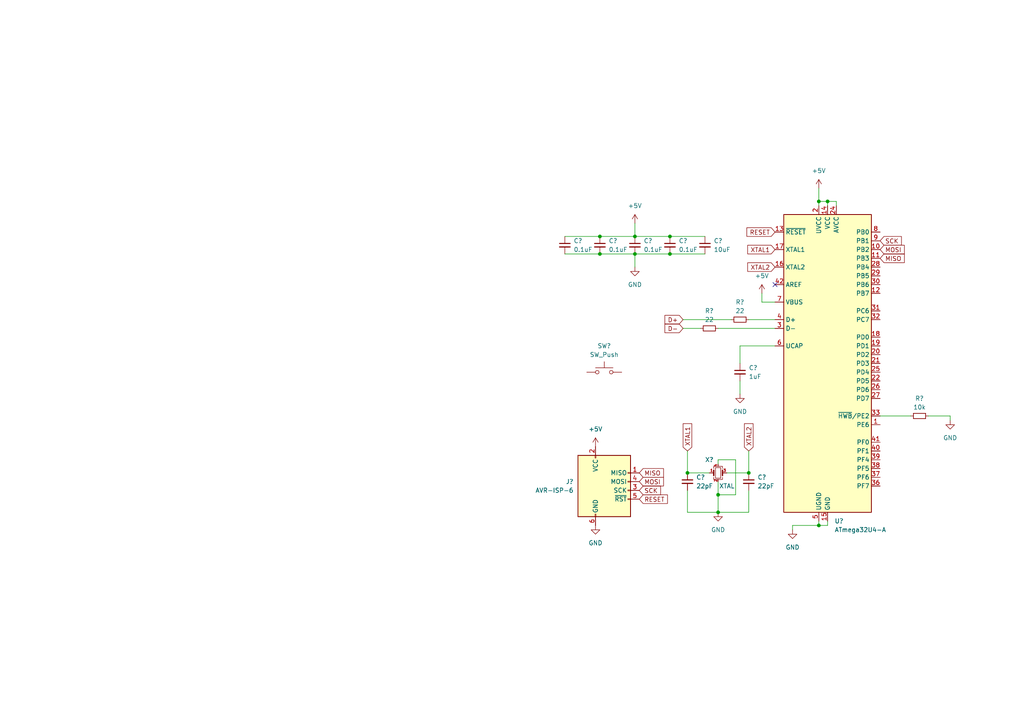
<source format=kicad_sch>
(kicad_sch (version 20211123) (generator eeschema)
  (paper "A4")
  (lib_symbols
    (symbol "Connector:AVR-ISP-6" (pin_names (offset 1.016))
      (property "Reference" "J" (at -6.35 11.43 0))
      (property "Value" "AVR-ISP-6" (at 0 11.43 0))
      (symbol "AVR-ISP-6_0_1"
        (rectangle (start -2.667 -6.858) (end -2.413 -7.62))
        (rectangle (start -2.667 10.16) (end -2.413 9.398))
        (rectangle (start 7.62 -2.413) (end 6.858 -2.667))
        (rectangle (start 7.62 0.127) (end 6.858 -0.127))
        (rectangle (start 7.62 2.667) (end 6.858 2.413))
        (rectangle (start 7.62 5.207) (end 6.858 4.953))
        (rectangle (start 7.62 10.16) (end -7.62 -7.62) (stroke (width 0.254)) (fill (type background)))
      )
      (symbol "AVR-ISP-6_1_1"
        (pin passive line (at 10.16 5.08 180) (length 2.54) (name "MISO") (number "1"))
        (pin passive line (at -2.54 12.7 270) (length 2.54) (name "VCC") (number "2"))
        (pin passive line (at 10.16 0 180) (length 2.54) (name "SCK") (number "3"))
        (pin passive line (at 10.16 2.54 180) (length 2.54) (name "MOSI") (number "4"))
        (pin passive line (at 10.16 -2.54 180) (length 2.54) (name "~{RST}") (number "5"))
        (pin passive line (at -2.54 -10.16 90) (length 2.54) (name "GND") (number "6"))
      )
    )
    (symbol "Device:C_Small" (pin_numbers hide) (pin_names (offset 0.254) hide)
      (property "Reference" "C" (at 0.254 1.778 0))
      (property "Value" "C_Small" (at 0.254 -2.032 0))
      (symbol "C_Small_0_1"
        (polyline (pts (xy -1.524 -0.508) (xy 1.524 -0.508)) (stroke (width 0.3302)))
        (polyline (pts (xy -1.524 0.508) (xy 1.524 0.508)) (stroke (width 0.3048)))
      )
      (symbol "C_Small_1_1"
        (pin passive line (at 0 2.54 270) (length 2.032) (name "~") (number "1"))
        (pin passive line (at 0 -2.54 90) (length 2.032) (name "~") (number "2"))
      )
    )
    (symbol "Device:Crystal_GND24_Small" (pin_names (offset 1.016) hide)
      (property "Reference" "Y" (at 1.27 4.445 0))
      (property "Value" "Crystal_GND24_Small" (at 1.27 2.54 0))
      (symbol "Crystal_GND24_Small_0_1"
        (rectangle (start -0.762 -1.524) (end 0.762 1.524))
        (polyline (pts (xy -1.27 -0.762) (xy -1.27 0.762)) (stroke (width 0.381)))
        (polyline (pts (xy 1.27 -0.762) (xy 1.27 0.762)) (stroke (width 0.381)))
        (polyline (pts (xy -1.27 -1.27) (xy -1.27 -1.905) (xy 1.27 -1.905) (xy 1.27 -1.27)))
        (polyline (pts (xy -1.27 1.27) (xy -1.27 1.905) (xy 1.27 1.905) (xy 1.27 1.27)))
      )
      (symbol "Crystal_GND24_Small_1_1"
        (pin passive line (at -2.54 0 0) (length 1.27) (name "1") (number "1"))
        (pin passive line (at 0 -2.54 90) (length 0.635) (name "2") (number "2"))
        (pin passive line (at 2.54 0 180) (length 1.27) (name "3") (number "3"))
        (pin passive line (at 0 2.54 270) (length 0.635) (name "4") (number "4"))
      )
    )
    (symbol "Device:R_Small" (pin_numbers hide) (pin_names (offset 0.254) hide)
      (property "Reference" "R" (at 0.762 0.508 0))
      (property "Value" "R_Small" (at 0.762 -1.016 0))
      (symbol "R_Small_0_1"
        (rectangle (start -0.762 1.778) (end 0.762 -1.778) (stroke (width 0.2032)))
      )
      (symbol "R_Small_1_1"
        (pin passive line (at 0 2.54 270) (length 0.762) (name "~") (number "1"))
        (pin passive line (at 0 -2.54 90) (length 0.762) (name "~") (number "2"))
      )
    )
    (symbol "MCU_Microchip_ATmega:ATmega32U4-A"
      (property "Reference" "U" (at -12.7 44.45 0))
      (property "Value" "ATmega32U4-A" (at 2.54 -44.45 0))
      (symbol "ATmega32U4-A_0_1"
        (rectangle (start -12.7 -43.18) (end 12.7 43.18) (stroke (width 0.254)) (fill (type background)))
      )
      (symbol "ATmega32U4-A_1_1"
        (pin bidirectional line (at 15.24 -17.78 180) (length 2.54) (name "PE6") (number "1"))
        (pin bidirectional line (at 15.24 33.02 180) (length 2.54) (name "PB2") (number "10"))
        (pin bidirectional line (at 15.24 30.48 180) (length 2.54) (name "PB3") (number "11"))
        (pin bidirectional line (at 15.24 20.32 180) (length 2.54) (name "PB7") (number "12"))
        (pin input line (at -15.24 38.1 0) (length 2.54) (name "~{RESET}") (number "13"))
        (pin power_in line (at 0 45.72 270) (length 2.54) (name "VCC") (number "14"))
        (pin power_in line (at 0 -45.72 90) (length 2.54) (name "GND") (number "15"))
        (pin output line (at -15.24 27.94 0) (length 2.54) (name "XTAL2") (number "16"))
        (pin input line (at -15.24 33.02 0) (length 2.54) (name "XTAL1") (number "17"))
        (pin bidirectional line (at 15.24 7.62 180) (length 2.54) (name "PD0") (number "18"))
        (pin bidirectional line (at 15.24 5.08 180) (length 2.54) (name "PD1") (number "19"))
        (pin power_in line (at -2.54 45.72 270) (length 2.54) (name "UVCC") (number "2"))
        (pin bidirectional line (at 15.24 2.54 180) (length 2.54) (name "PD2") (number "20"))
        (pin bidirectional line (at 15.24 0 180) (length 2.54) (name "PD3") (number "21"))
        (pin bidirectional line (at 15.24 -5.08 180) (length 2.54) (name "PD5") (number "22"))
        (pin passive line (at 0 -45.72 90) (length 2.54) hide (name "GND") (number "23"))
        (pin power_in line (at 2.54 45.72 270) (length 2.54) (name "AVCC") (number "24"))
        (pin bidirectional line (at 15.24 -2.54 180) (length 2.54) (name "PD4") (number "25"))
        (pin bidirectional line (at 15.24 -7.62 180) (length 2.54) (name "PD6") (number "26"))
        (pin bidirectional line (at 15.24 -10.16 180) (length 2.54) (name "PD7") (number "27"))
        (pin bidirectional line (at 15.24 27.94 180) (length 2.54) (name "PB4") (number "28"))
        (pin bidirectional line (at 15.24 25.4 180) (length 2.54) (name "PB5") (number "29"))
        (pin bidirectional line (at -15.24 10.16 0) (length 2.54) (name "D-") (number "3"))
        (pin bidirectional line (at 15.24 22.86 180) (length 2.54) (name "PB6") (number "30"))
        (pin bidirectional line (at 15.24 15.24 180) (length 2.54) (name "PC6") (number "31"))
        (pin bidirectional line (at 15.24 12.7 180) (length 2.54) (name "PC7") (number "32"))
        (pin bidirectional line (at 15.24 -15.24 180) (length 2.54) (name "~{HWB}/PE2") (number "33"))
        (pin passive line (at 0 45.72 270) (length 2.54) hide (name "VCC") (number "34"))
        (pin passive line (at 0 -45.72 90) (length 2.54) hide (name "GND") (number "35"))
        (pin bidirectional line (at 15.24 -35.56 180) (length 2.54) (name "PF7") (number "36"))
        (pin bidirectional line (at 15.24 -33.02 180) (length 2.54) (name "PF6") (number "37"))
        (pin bidirectional line (at 15.24 -30.48 180) (length 2.54) (name "PF5") (number "38"))
        (pin bidirectional line (at 15.24 -27.94 180) (length 2.54) (name "PF4") (number "39"))
        (pin bidirectional line (at -15.24 12.7 0) (length 2.54) (name "D+") (number "4"))
        (pin bidirectional line (at 15.24 -25.4 180) (length 2.54) (name "PF1") (number "40"))
        (pin bidirectional line (at 15.24 -22.86 180) (length 2.54) (name "PF0") (number "41"))
        (pin passive line (at -15.24 22.86 0) (length 2.54) (name "AREF") (number "42"))
        (pin passive line (at 0 -45.72 90) (length 2.54) hide (name "GND") (number "43"))
        (pin passive line (at 2.54 45.72 270) (length 2.54) hide (name "AVCC") (number "44"))
        (pin passive line (at -2.54 -45.72 90) (length 2.54) (name "UGND") (number "5"))
        (pin passive line (at -15.24 5.08 0) (length 2.54) (name "UCAP") (number "6"))
        (pin input line (at -15.24 17.78 0) (length 2.54) (name "VBUS") (number "7"))
        (pin bidirectional line (at 15.24 38.1 180) (length 2.54) (name "PB0") (number "8"))
        (pin bidirectional line (at 15.24 35.56 180) (length 2.54) (name "PB1") (number "9"))
      )
    )
    (symbol "Switch:SW_Push" (pin_numbers hide) (pin_names (offset 1.016) hide)
      (property "Reference" "SW" (at 1.27 2.54 0))
      (property "Value" "SW_Push" (at 0 -1.524 0))
      (symbol "SW_Push_0_1"
        (circle (center -2.032 0) (radius 0.508))
        (polyline (pts (xy 0 1.27) (xy 0 3.048)))
        (polyline (pts (xy 2.54 1.27) (xy -2.54 1.27)))
        (circle (center 2.032 0) (radius 0.508))
        (pin passive line (at -5.08 0 0) (length 2.54) (name "1") (number "1"))
        (pin passive line (at 5.08 0 180) (length 2.54) (name "2") (number "2"))
      )
    )
    (symbol "power:+5V" (power) (pin_names (offset 0))
      (property "Value" "+5V" (at 0 3.556 0))
      (symbol "+5V_0_1"
        (polyline (pts (xy -0.762 1.27) (xy 0 2.54)))
        (polyline (pts (xy 0 0) (xy 0 2.54)))
        (polyline (pts (xy 0 2.54) (xy 0.762 1.27)))
      )
      (symbol "+5V_1_1"
        (pin power_in line (at 0 0 90) (length 0) hide (name "+5V") (number "1"))
      )
    )
    (symbol "power:GND" (power) (pin_names (offset 0))
      (property "Value" "GND" (at 0 -3.81 0))
      (symbol "GND_0_1"
        (polyline (pts (xy 0 0) (xy 0 -1.27) (xy 1.27 -1.27) (xy 0 -2.54) (xy -1.27 -1.27) (xy 0 -1.27)))
      )
      (symbol "GND_1_1"
        (pin power_in line (at 0 0 270) (length 0) hide (name "GND") (number "1"))
      )
    )
  )
  (junction (at 194.31 68.58))
  (junction (at 199.39 137.16))
  (junction (at 237.49 58.42))
  (junction (at 173.99 68.58))
  (junction (at 184.15 73.66))
  (junction (at 194.31 73.66))
  (junction (at 173.99 73.66))
  (junction (at 217.17 137.16))
  (junction (at 208.28 143.51))
  (junction (at 240.03 58.42))
  (junction (at 208.28 148.59))
  (junction (at 237.49 152.4))
  (junction (at 184.15 68.58))
  (no_connect (at 224.79 82.55))
  (wire (pts (xy 184.15 64.77) (xy 184.15 68.58)))
  (wire (pts (xy 199.39 137.16) (xy 205.74 137.16)))
  (wire (pts (xy 237.49 151.13) (xy 237.49 152.4)))
  (wire (pts (xy 224.79 100.33) (xy 214.63 100.33)))
  (wire (pts (xy 214.63 100.33) (xy 214.63 105.41)))
  (wire (pts (xy 240.03 151.13) (xy 240.03 152.4)))
  (wire (pts (xy 198.12 95.25) (xy 203.2 95.25)))
  (wire (pts (xy 184.15 73.66) (xy 184.15 77.47)))
  (wire (pts (xy 217.17 130.81) (xy 217.17 137.16)))
  (wire (pts (xy 240.03 152.4) (xy 237.49 152.4)))
  (wire (pts (xy 184.15 68.58) (xy 194.31 68.58)))
  (wire (pts (xy 217.17 92.71) (xy 224.79 92.71)))
  (wire (pts (xy 198.12 92.71) (xy 212.09 92.71)))
  (wire (pts (xy 242.57 58.42) (xy 240.03 58.42)))
  (wire (pts (xy 240.03 58.42) (xy 237.49 58.42)))
  (wire (pts (xy 229.87 152.4) (xy 229.87 153.67)))
  (wire (pts (xy 217.17 142.24) (xy 217.17 148.59)))
  (wire (pts (xy 184.15 73.66) (xy 194.31 73.66)))
  (wire (pts (xy 237.49 58.42) (xy 237.49 59.69)))
  (wire (pts (xy 163.83 73.66) (xy 173.99 73.66)))
  (wire (pts (xy 208.28 133.35) (xy 213.36 133.35)))
  (wire (pts (xy 199.39 130.81) (xy 199.39 137.16)))
  (wire (pts (xy 194.31 73.66) (xy 204.47 73.66)))
  (wire (pts (xy 208.28 143.51) (xy 208.28 148.59)))
  (wire (pts (xy 213.36 133.35) (xy 213.36 143.51)))
  (wire (pts (xy 255.27 120.65) (xy 264.16 120.65)))
  (wire (pts (xy 220.98 87.63) (xy 224.79 87.63)))
  (wire (pts (xy 199.39 142.24) (xy 199.39 148.59)))
  (wire (pts (xy 269.24 120.65) (xy 275.59 120.65)))
  (wire (pts (xy 275.59 120.65) (xy 275.59 121.92)))
  (wire (pts (xy 208.28 134.62) (xy 208.28 133.35)))
  (wire (pts (xy 208.28 139.7) (xy 208.28 143.51)))
  (wire (pts (xy 242.57 59.69) (xy 242.57 58.42)))
  (wire (pts (xy 194.31 68.58) (xy 204.47 68.58)))
  (wire (pts (xy 220.98 85.09) (xy 220.98 87.63)))
  (wire (pts (xy 217.17 148.59) (xy 208.28 148.59)))
  (wire (pts (xy 199.39 148.59) (xy 208.28 148.59)))
  (wire (pts (xy 173.99 73.66) (xy 184.15 73.66)))
  (wire (pts (xy 214.63 110.49) (xy 214.63 114.3)))
  (wire (pts (xy 208.28 143.51) (xy 213.36 143.51)))
  (wire (pts (xy 163.83 68.58) (xy 173.99 68.58)))
  (wire (pts (xy 210.82 137.16) (xy 217.17 137.16)))
  (wire (pts (xy 237.49 54.61) (xy 237.49 58.42)))
  (wire (pts (xy 240.03 59.69) (xy 240.03 58.42)))
  (wire (pts (xy 173.99 68.58) (xy 184.15 68.58)))
  (wire (pts (xy 208.28 95.25) (xy 224.79 95.25)))
  (wire (pts (xy 237.49 152.4) (xy 229.87 152.4)))
  (global_label "XTAL1" (shape input) (at 224.79 72.39 180) (property "Intersheet References" "${INTERSHEET_REFS}" (effects hide)))
  (global_label "XTAL2" (shape input) (at 217.17 130.81 90) (property "Intersheet References" "${INTERSHEET_REFS}" (effects hide)))
  (global_label "MISO" (shape input) (at 185.42 137.16 0) (property "Intersheet References" "${INTERSHEET_REFS}" (effects hide)))
  (global_label "MISO" (shape input) (at 255.27 74.93 0) (property "Intersheet References" "${INTERSHEET_REFS}" (effects hide)))
  (global_label "XTAL2" (shape input) (at 224.79 77.47 180) (property "Intersheet References" "${INTERSHEET_REFS}" (effects hide)))
  (global_label "D+" (shape input) (at 198.12 92.71 180) (property "Intersheet References" "${INTERSHEET_REFS}" (effects hide)))
  (global_label "SCK" (shape input) (at 185.42 142.24 0) (property "Intersheet References" "${INTERSHEET_REFS}" (effects hide)))
  (global_label "RESET" (shape input) (at 224.79 67.31 180) (property "Intersheet References" "${INTERSHEET_REFS}" (effects hide)))
  (global_label "D-" (shape input) (at 198.12 95.25 180) (property "Intersheet References" "${INTERSHEET_REFS}" (effects hide)))
  (global_label "SCK" (shape input) (at 255.27 69.85 0) (property "Intersheet References" "${INTERSHEET_REFS}" (effects hide)))
  (global_label "MOSI" (shape input) (at 255.27 72.39 0) (property "Intersheet References" "${INTERSHEET_REFS}" (effects hide)))
  (global_label "XTAL1" (shape input) (at 199.39 130.81 90) (property "Intersheet References" "${INTERSHEET_REFS}" (effects hide)))
  (global_label "RESET" (shape input) (at 185.42 144.78 0) (property "Intersheet References" "${INTERSHEET_REFS}" (effects hide)))
  (global_label "MOSI" (shape input) (at 185.42 139.7 0) (property "Intersheet References" "${INTERSHEET_REFS}" (effects hide)))
  (symbol (lib_id "Device:R_Small") (at 205.74 95.25 90) (unit 1)
    (property "Reference" "R?" (at 205.74 90.17 90))
    (property "Value" "22" (at 205.74 92.71 90))
  )
  (symbol (lib_id "power:GND") (at 275.59 121.92 0) (unit 1)
    (property "Reference" "#PWR?" (effects hide))
    (property "Value" "GND" (at 275.59 127 0))
  )
  (symbol (lib_id "power:GND") (at 229.87 153.67 0) (unit 1)
    (property "Reference" "#PWR?" (effects hide))
    (property "Value" "GND" (at 229.87 158.75 0))
  )
  (symbol (lib_id "power:GND") (at 184.15 77.47 0) (unit 1)
    (property "Reference" "#PWR?" (effects hide))
    (property "Value" "GND" (at 184.15 82.55 0))
  )
  (symbol (lib_id "Device:C_Small") (at 217.17 139.7 0) (unit 1)
    (property "Reference" "C?" (at 219.71 138.4362 0) (effects (justify left)))
    (property "Value" "22pF" (at 219.71 140.9762 0) (effects (justify left)))
  )
  (symbol (lib_id "power:GND") (at 208.28 148.59 0) (unit 1)
    (property "Reference" "#PWR?" (effects hide))
    (property "Value" "GND" (at 208.28 153.67 0))
  )
  (symbol (lib_id "power:+5V") (at 172.72 129.54 0) (unit 1)
    (property "Reference" "#PWR?" (effects hide))
    (property "Value" "+5V" (at 172.72 124.46 0))
  )
  (symbol (lib_id "Device:R_Small") (at 214.63 92.71 90) (unit 1)
    (property "Reference" "R?" (at 214.63 87.63 90))
    (property "Value" "22" (at 214.63 90.17 90))
  )
  (symbol (lib_id "Device:C_Small") (at 214.63 107.95 0) (unit 1)
    (property "Reference" "C?" (at 217.17 106.6862 0) (effects (justify left)))
    (property "Value" "1uF" (at 217.17 109.2262 0) (effects (justify left)))
  )
  (symbol (lib_id "Device:Crystal_GND24_Small") (at 208.28 137.16 0) (unit 1)
    (property "Reference" "X?" (at 205.74 133.35 0))
    (property "Value" "XTAL" (at 210.82 140.97 0))
  )
  (symbol (lib_id "power:+5V") (at 184.15 64.77 0) (unit 1)
    (property "Reference" "#PWR?" (effects hide))
    (property "Value" "+5V" (at 184.15 59.69 0))
  )
  (symbol (lib_id "Device:C_Small") (at 173.99 71.12 0) (unit 1)
    (property "Reference" "C?" (at 176.53 69.8562 0) (effects (justify left)))
    (property "Value" "0.1uF" (at 176.53 72.3962 0) (effects (justify left)))
  )
  (symbol (lib_id "power:GND") (at 214.63 114.3 0) (unit 1)
    (property "Reference" "#PWR?" (effects hide))
    (property "Value" "GND" (at 214.63 119.38 0))
  )
  (symbol (lib_id "Device:C_Small") (at 184.15 71.12 0) (unit 1)
    (property "Reference" "C?" (at 186.69 69.8562 0) (effects (justify left)))
    (property "Value" "0.1uF" (at 186.69 72.3962 0) (effects (justify left)))
  )
  (symbol (lib_id "Device:R_Small") (at 266.7 120.65 90) (unit 1)
    (property "Reference" "R?" (at 266.7 115.57 90))
    (property "Value" "10k" (at 266.7 118.11 90))
  )
  (symbol (lib_id "Connector:AVR-ISP-6") (at 175.26 142.24 0) (unit 1)
    (property "Reference" "J?" (at 166.37 139.6999 0) (effects (justify right)))
    (property "Value" "AVR-ISP-6" (at 166.37 142.2399 0) (effects (justify right)))
    (property "Datasheet" " ~" (effects hide))
  )
  (symbol (lib_id "Switch:SW_Push") (at 175.26 107.95 0) (unit 1)
    (property "Reference" "SW?" (at 175.26 100.33 0))
    (property "Value" "SW_Push" (at 175.26 102.87 0))
  )
  (symbol (lib_id "Device:C_Small") (at 204.47 71.12 0) (unit 1)
    (property "Reference" "C?" (at 207.01 69.8562 0) (effects (justify left)))
    (property "Value" "10uF" (at 207.01 72.3962 0) (effects (justify left)))
  )
  (symbol (lib_id "Device:C_Small") (at 194.31 71.12 0) (unit 1)
    (property "Reference" "C?" (at 196.85 69.8562 0) (effects (justify left)))
    (property "Value" "0.1uF" (at 196.85 72.3962 0) (effects (justify left)))
  )
  (symbol (lib_id "power:GND") (at 172.72 152.4 0) (unit 1)
    (property "Reference" "#PWR?" (effects hide))
    (property "Value" "GND" (at 172.72 157.48 0))
  )
  (symbol (lib_id "power:+5V") (at 220.98 85.09 0) (unit 1)
    (property "Reference" "#PWR?" (effects hide))
    (property "Value" "+5V" (at 220.98 80.01 0))
  )
  (symbol (lib_id "MCU_Microchip_ATmega:ATmega32U4-A") (at 240.03 105.41 0) (unit 1)
    (property "Reference" "U?" (at 242.0494 151.13 0) (effects (justify left)))
    (property "Value" "ATmega32U4-A" (at 242.0494 153.67 0) (effects (justify left)))
    (property "Footprint" "Package_QFP:TQFP-44_10x10mm_P0.8mm" (effects hide))
    (property "Datasheet" "http://ww1.microchip.com/downloads/en/DeviceDoc/Atmel-7766-8-bit-AVR-ATmega16U4-32U4_Datasheet.pdf" (effects hide))
  )
  (symbol (lib_id "Device:C_Small") (at 163.83 71.12 0) (unit 1)
    (property "Reference" "C?" (at 166.37 69.8562 0) (effects (justify left)))
    (property "Value" "0.1uF" (at 166.37 72.3962 0) (effects (justify left)))
  )
  (symbol (lib_id "Device:C_Small") (at 199.39 139.7 0) (unit 1)
    (property "Reference" "C?" (at 201.93 138.4362 0) (effects (justify left)))
    (property "Value" "22pF" (at 201.93 140.9762 0) (effects (justify left)))
  )
  (symbol (lib_id "power:+5V") (at 237.49 54.61 0) (unit 1)
    (property "Reference" "#PWR?" (effects hide))
    (property "Value" "+5V" (at 237.49 49.53 0))
  )
)
</source>
